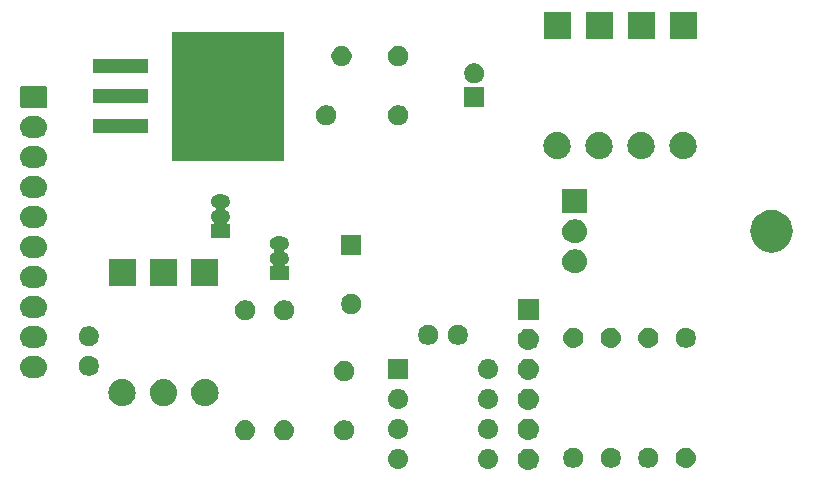
<source format=gbr>
G04 #@! TF.GenerationSoftware,KiCad,Pcbnew,6.0.0-unknown-r15630-3caa4376*
G04 #@! TF.CreationDate,2019-05-16T13:37:44+01:00*
G04 #@! TF.ProjectId,FuelGauge,4675656c-4761-4756-9765-2e6b69636164,1.0*
G04 #@! TF.SameCoordinates,Original*
G04 #@! TF.FileFunction,Soldermask,Top*
G04 #@! TF.FilePolarity,Negative*
%FSLAX46Y46*%
G04 Gerber Fmt 4.6, Leading zero omitted, Abs format (unit mm)*
G04 Created by KiCad (PCBNEW 6.0.0-unknown-r15630-3caa4376) date 2019-05-16 13:37:44*
%MOMM*%
%LPD*%
G04 APERTURE LIST*
%ADD10C,0.100000*%
G04 APERTURE END LIST*
D10*
G36*
X149490442Y-97125518D02*
G01*
X149556627Y-97132037D01*
X149726466Y-97183557D01*
X149882991Y-97267222D01*
X149893682Y-97275996D01*
X150020186Y-97379814D01*
X150103448Y-97481271D01*
X150132778Y-97517009D01*
X150216443Y-97673534D01*
X150267963Y-97843373D01*
X150285359Y-98020000D01*
X150267963Y-98196627D01*
X150216443Y-98366466D01*
X150132778Y-98522991D01*
X150107317Y-98554015D01*
X150020186Y-98660186D01*
X149933060Y-98731687D01*
X149882991Y-98772778D01*
X149726466Y-98856443D01*
X149556627Y-98907963D01*
X149490442Y-98914482D01*
X149424260Y-98921000D01*
X149335740Y-98921000D01*
X149269557Y-98914481D01*
X149203373Y-98907963D01*
X149033534Y-98856443D01*
X148877009Y-98772778D01*
X148826940Y-98731687D01*
X148739814Y-98660186D01*
X148652683Y-98554015D01*
X148627222Y-98522991D01*
X148543557Y-98366466D01*
X148492037Y-98196627D01*
X148474641Y-98020000D01*
X148492037Y-97843373D01*
X148543557Y-97673534D01*
X148627222Y-97517009D01*
X148656552Y-97481271D01*
X148739814Y-97379814D01*
X148866318Y-97275996D01*
X148877009Y-97267222D01*
X149033534Y-97183557D01*
X149203373Y-97132037D01*
X149269558Y-97125518D01*
X149335740Y-97119000D01*
X149424260Y-97119000D01*
X149490442Y-97125518D01*
X149490442Y-97125518D01*
G37*
G36*
X146148823Y-97148313D02*
G01*
X146309242Y-97196976D01*
X146374739Y-97231985D01*
X146457078Y-97275996D01*
X146586659Y-97382341D01*
X146693004Y-97511922D01*
X146693005Y-97511924D01*
X146772024Y-97659758D01*
X146820687Y-97820177D01*
X146837117Y-97987000D01*
X146820687Y-98153823D01*
X146772024Y-98314242D01*
X146743249Y-98368076D01*
X146693004Y-98462078D01*
X146586659Y-98591659D01*
X146457078Y-98698004D01*
X146457076Y-98698005D01*
X146309242Y-98777024D01*
X146148823Y-98825687D01*
X146023804Y-98838000D01*
X145940196Y-98838000D01*
X145815177Y-98825687D01*
X145654758Y-98777024D01*
X145506924Y-98698005D01*
X145506922Y-98698004D01*
X145377341Y-98591659D01*
X145270996Y-98462078D01*
X145220751Y-98368076D01*
X145191976Y-98314242D01*
X145143313Y-98153823D01*
X145126883Y-97987000D01*
X145143313Y-97820177D01*
X145191976Y-97659758D01*
X145270995Y-97511924D01*
X145270996Y-97511922D01*
X145377341Y-97382341D01*
X145506922Y-97275996D01*
X145589261Y-97231985D01*
X145654758Y-97196976D01*
X145815177Y-97148313D01*
X145940196Y-97136000D01*
X146023804Y-97136000D01*
X146148823Y-97148313D01*
X146148823Y-97148313D01*
G37*
G36*
X138528823Y-97148313D02*
G01*
X138689242Y-97196976D01*
X138754739Y-97231985D01*
X138837078Y-97275996D01*
X138966659Y-97382341D01*
X139073004Y-97511922D01*
X139073005Y-97511924D01*
X139152024Y-97659758D01*
X139200687Y-97820177D01*
X139217117Y-97987000D01*
X139200687Y-98153823D01*
X139152024Y-98314242D01*
X139123249Y-98368076D01*
X139073004Y-98462078D01*
X138966659Y-98591659D01*
X138837078Y-98698004D01*
X138837076Y-98698005D01*
X138689242Y-98777024D01*
X138528823Y-98825687D01*
X138403804Y-98838000D01*
X138320196Y-98838000D01*
X138195177Y-98825687D01*
X138034758Y-98777024D01*
X137886924Y-98698005D01*
X137886922Y-98698004D01*
X137757341Y-98591659D01*
X137650996Y-98462078D01*
X137600751Y-98368076D01*
X137571976Y-98314242D01*
X137523313Y-98153823D01*
X137506883Y-97987000D01*
X137523313Y-97820177D01*
X137571976Y-97659758D01*
X137650995Y-97511924D01*
X137650996Y-97511922D01*
X137757341Y-97382341D01*
X137886922Y-97275996D01*
X137969261Y-97231985D01*
X138034758Y-97196976D01*
X138195177Y-97148313D01*
X138320196Y-97136000D01*
X138403804Y-97136000D01*
X138528823Y-97148313D01*
X138528823Y-97148313D01*
G37*
G36*
X153438228Y-97074703D02*
G01*
X153593100Y-97138853D01*
X153732481Y-97231985D01*
X153851015Y-97350519D01*
X153944147Y-97489900D01*
X154008297Y-97644772D01*
X154041000Y-97809184D01*
X154041000Y-97976816D01*
X154008297Y-98141228D01*
X153944147Y-98296100D01*
X153851015Y-98435481D01*
X153732481Y-98554015D01*
X153593100Y-98647147D01*
X153438228Y-98711297D01*
X153273816Y-98744000D01*
X153106184Y-98744000D01*
X152941772Y-98711297D01*
X152786900Y-98647147D01*
X152647519Y-98554015D01*
X152528985Y-98435481D01*
X152435853Y-98296100D01*
X152371703Y-98141228D01*
X152339000Y-97976816D01*
X152339000Y-97809184D01*
X152371703Y-97644772D01*
X152435853Y-97489900D01*
X152528985Y-97350519D01*
X152647519Y-97231985D01*
X152786900Y-97138853D01*
X152941772Y-97074703D01*
X153106184Y-97042000D01*
X153273816Y-97042000D01*
X153438228Y-97074703D01*
X153438228Y-97074703D01*
G37*
G36*
X156613228Y-97074703D02*
G01*
X156768100Y-97138853D01*
X156907481Y-97231985D01*
X157026015Y-97350519D01*
X157119147Y-97489900D01*
X157183297Y-97644772D01*
X157216000Y-97809184D01*
X157216000Y-97976816D01*
X157183297Y-98141228D01*
X157119147Y-98296100D01*
X157026015Y-98435481D01*
X156907481Y-98554015D01*
X156768100Y-98647147D01*
X156613228Y-98711297D01*
X156448816Y-98744000D01*
X156281184Y-98744000D01*
X156116772Y-98711297D01*
X155961900Y-98647147D01*
X155822519Y-98554015D01*
X155703985Y-98435481D01*
X155610853Y-98296100D01*
X155546703Y-98141228D01*
X155514000Y-97976816D01*
X155514000Y-97809184D01*
X155546703Y-97644772D01*
X155610853Y-97489900D01*
X155703985Y-97350519D01*
X155822519Y-97231985D01*
X155961900Y-97138853D01*
X156116772Y-97074703D01*
X156281184Y-97042000D01*
X156448816Y-97042000D01*
X156613228Y-97074703D01*
X156613228Y-97074703D01*
G37*
G36*
X159788228Y-97074703D02*
G01*
X159943100Y-97138853D01*
X160082481Y-97231985D01*
X160201015Y-97350519D01*
X160294147Y-97489900D01*
X160358297Y-97644772D01*
X160391000Y-97809184D01*
X160391000Y-97976816D01*
X160358297Y-98141228D01*
X160294147Y-98296100D01*
X160201015Y-98435481D01*
X160082481Y-98554015D01*
X159943100Y-98647147D01*
X159788228Y-98711297D01*
X159623816Y-98744000D01*
X159456184Y-98744000D01*
X159291772Y-98711297D01*
X159136900Y-98647147D01*
X158997519Y-98554015D01*
X158878985Y-98435481D01*
X158785853Y-98296100D01*
X158721703Y-98141228D01*
X158689000Y-97976816D01*
X158689000Y-97809184D01*
X158721703Y-97644772D01*
X158785853Y-97489900D01*
X158878985Y-97350519D01*
X158997519Y-97231985D01*
X159136900Y-97138853D01*
X159291772Y-97074703D01*
X159456184Y-97042000D01*
X159623816Y-97042000D01*
X159788228Y-97074703D01*
X159788228Y-97074703D01*
G37*
G36*
X162881823Y-97054313D02*
G01*
X163042242Y-97102976D01*
X163096611Y-97132037D01*
X163190078Y-97181996D01*
X163319659Y-97288341D01*
X163426004Y-97417922D01*
X163426005Y-97417924D01*
X163505024Y-97565758D01*
X163553687Y-97726177D01*
X163570117Y-97893000D01*
X163553687Y-98059823D01*
X163505024Y-98220242D01*
X163454780Y-98314242D01*
X163426004Y-98368078D01*
X163319659Y-98497659D01*
X163190078Y-98604004D01*
X163190076Y-98604005D01*
X163042242Y-98683024D01*
X162881823Y-98731687D01*
X162756804Y-98744000D01*
X162673196Y-98744000D01*
X162548177Y-98731687D01*
X162387758Y-98683024D01*
X162239924Y-98604005D01*
X162239922Y-98604004D01*
X162110341Y-98497659D01*
X162003996Y-98368078D01*
X161975220Y-98314242D01*
X161924976Y-98220242D01*
X161876313Y-98059823D01*
X161859883Y-97893000D01*
X161876313Y-97726177D01*
X161924976Y-97565758D01*
X162003995Y-97417924D01*
X162003996Y-97417922D01*
X162110341Y-97288341D01*
X162239922Y-97181996D01*
X162333389Y-97132037D01*
X162387758Y-97102976D01*
X162548177Y-97054313D01*
X162673196Y-97042000D01*
X162756804Y-97042000D01*
X162881823Y-97054313D01*
X162881823Y-97054313D01*
G37*
G36*
X134038228Y-94739703D02*
G01*
X134193100Y-94803853D01*
X134332481Y-94896985D01*
X134451015Y-95015519D01*
X134544147Y-95154900D01*
X134608297Y-95309772D01*
X134641000Y-95474184D01*
X134641000Y-95641816D01*
X134608297Y-95806228D01*
X134544147Y-95961100D01*
X134451015Y-96100481D01*
X134332481Y-96219015D01*
X134193100Y-96312147D01*
X134038228Y-96376297D01*
X133873816Y-96409000D01*
X133706184Y-96409000D01*
X133541772Y-96376297D01*
X133386900Y-96312147D01*
X133247519Y-96219015D01*
X133128985Y-96100481D01*
X133035853Y-95961100D01*
X132971703Y-95806228D01*
X132939000Y-95641816D01*
X132939000Y-95474184D01*
X132971703Y-95309772D01*
X133035853Y-95154900D01*
X133128985Y-95015519D01*
X133247519Y-94896985D01*
X133386900Y-94803853D01*
X133541772Y-94739703D01*
X133706184Y-94707000D01*
X133873816Y-94707000D01*
X134038228Y-94739703D01*
X134038228Y-94739703D01*
G37*
G36*
X128876823Y-94719313D02*
G01*
X129037242Y-94767976D01*
X129104361Y-94803852D01*
X129185078Y-94846996D01*
X129314659Y-94953341D01*
X129421004Y-95082922D01*
X129421005Y-95082924D01*
X129500024Y-95230758D01*
X129548687Y-95391177D01*
X129565117Y-95558000D01*
X129548687Y-95724823D01*
X129500024Y-95885242D01*
X129459477Y-95961100D01*
X129421004Y-96033078D01*
X129314659Y-96162659D01*
X129185078Y-96269004D01*
X129185076Y-96269005D01*
X129037242Y-96348024D01*
X128876823Y-96396687D01*
X128751804Y-96409000D01*
X128668196Y-96409000D01*
X128543177Y-96396687D01*
X128382758Y-96348024D01*
X128234924Y-96269005D01*
X128234922Y-96269004D01*
X128105341Y-96162659D01*
X127998996Y-96033078D01*
X127960523Y-95961100D01*
X127919976Y-95885242D01*
X127871313Y-95724823D01*
X127854883Y-95558000D01*
X127871313Y-95391177D01*
X127919976Y-95230758D01*
X127998995Y-95082924D01*
X127998996Y-95082922D01*
X128105341Y-94953341D01*
X128234922Y-94846996D01*
X128315639Y-94803852D01*
X128382758Y-94767976D01*
X128543177Y-94719313D01*
X128668196Y-94707000D01*
X128751804Y-94707000D01*
X128876823Y-94719313D01*
X128876823Y-94719313D01*
G37*
G36*
X125574823Y-94719313D02*
G01*
X125735242Y-94767976D01*
X125802361Y-94803852D01*
X125883078Y-94846996D01*
X126012659Y-94953341D01*
X126119004Y-95082922D01*
X126119005Y-95082924D01*
X126198024Y-95230758D01*
X126246687Y-95391177D01*
X126263117Y-95558000D01*
X126246687Y-95724823D01*
X126198024Y-95885242D01*
X126157477Y-95961100D01*
X126119004Y-96033078D01*
X126012659Y-96162659D01*
X125883078Y-96269004D01*
X125883076Y-96269005D01*
X125735242Y-96348024D01*
X125574823Y-96396687D01*
X125449804Y-96409000D01*
X125366196Y-96409000D01*
X125241177Y-96396687D01*
X125080758Y-96348024D01*
X124932924Y-96269005D01*
X124932922Y-96269004D01*
X124803341Y-96162659D01*
X124696996Y-96033078D01*
X124658523Y-95961100D01*
X124617976Y-95885242D01*
X124569313Y-95724823D01*
X124552883Y-95558000D01*
X124569313Y-95391177D01*
X124617976Y-95230758D01*
X124696995Y-95082924D01*
X124696996Y-95082922D01*
X124803341Y-94953341D01*
X124932922Y-94846996D01*
X125013639Y-94803852D01*
X125080758Y-94767976D01*
X125241177Y-94719313D01*
X125366196Y-94707000D01*
X125449804Y-94707000D01*
X125574823Y-94719313D01*
X125574823Y-94719313D01*
G37*
G36*
X149490443Y-94585519D02*
G01*
X149556627Y-94592037D01*
X149726466Y-94643557D01*
X149882991Y-94727222D01*
X149893682Y-94735996D01*
X150020186Y-94839814D01*
X150067104Y-94896985D01*
X150132778Y-94977009D01*
X150216443Y-95133534D01*
X150267963Y-95303373D01*
X150285359Y-95480000D01*
X150267963Y-95656627D01*
X150216443Y-95826466D01*
X150132778Y-95982991D01*
X150103448Y-96018729D01*
X150020186Y-96120186D01*
X149918729Y-96203448D01*
X149882991Y-96232778D01*
X149726466Y-96316443D01*
X149556627Y-96367963D01*
X149490443Y-96374481D01*
X149424260Y-96381000D01*
X149335740Y-96381000D01*
X149269557Y-96374481D01*
X149203373Y-96367963D01*
X149033534Y-96316443D01*
X148877009Y-96232778D01*
X148841271Y-96203448D01*
X148739814Y-96120186D01*
X148656552Y-96018729D01*
X148627222Y-95982991D01*
X148543557Y-95826466D01*
X148492037Y-95656627D01*
X148474641Y-95480000D01*
X148492037Y-95303373D01*
X148543557Y-95133534D01*
X148627222Y-94977009D01*
X148692896Y-94896985D01*
X148739814Y-94839814D01*
X148866318Y-94735996D01*
X148877009Y-94727222D01*
X149033534Y-94643557D01*
X149203373Y-94592037D01*
X149269557Y-94585519D01*
X149335740Y-94579000D01*
X149424260Y-94579000D01*
X149490443Y-94585519D01*
X149490443Y-94585519D01*
G37*
G36*
X138528823Y-94608313D02*
G01*
X138689242Y-94656976D01*
X138782830Y-94707000D01*
X138837078Y-94735996D01*
X138966659Y-94842341D01*
X139073004Y-94971922D01*
X139073005Y-94971924D01*
X139152024Y-95119758D01*
X139200687Y-95280177D01*
X139217117Y-95447000D01*
X139200687Y-95613823D01*
X139152024Y-95774242D01*
X139092695Y-95885239D01*
X139073004Y-95922078D01*
X138966659Y-96051659D01*
X138837078Y-96158004D01*
X138837076Y-96158005D01*
X138689242Y-96237024D01*
X138528823Y-96285687D01*
X138403804Y-96298000D01*
X138320196Y-96298000D01*
X138195177Y-96285687D01*
X138034758Y-96237024D01*
X137886924Y-96158005D01*
X137886922Y-96158004D01*
X137757341Y-96051659D01*
X137650996Y-95922078D01*
X137631305Y-95885239D01*
X137571976Y-95774242D01*
X137523313Y-95613823D01*
X137506883Y-95447000D01*
X137523313Y-95280177D01*
X137571976Y-95119758D01*
X137650995Y-94971924D01*
X137650996Y-94971922D01*
X137757341Y-94842341D01*
X137886922Y-94735996D01*
X137941170Y-94707000D01*
X138034758Y-94656976D01*
X138195177Y-94608313D01*
X138320196Y-94596000D01*
X138403804Y-94596000D01*
X138528823Y-94608313D01*
X138528823Y-94608313D01*
G37*
G36*
X146148823Y-94608313D02*
G01*
X146309242Y-94656976D01*
X146402830Y-94707000D01*
X146457078Y-94735996D01*
X146586659Y-94842341D01*
X146693004Y-94971922D01*
X146693005Y-94971924D01*
X146772024Y-95119758D01*
X146820687Y-95280177D01*
X146837117Y-95447000D01*
X146820687Y-95613823D01*
X146772024Y-95774242D01*
X146712695Y-95885239D01*
X146693004Y-95922078D01*
X146586659Y-96051659D01*
X146457078Y-96158004D01*
X146457076Y-96158005D01*
X146309242Y-96237024D01*
X146148823Y-96285687D01*
X146023804Y-96298000D01*
X145940196Y-96298000D01*
X145815177Y-96285687D01*
X145654758Y-96237024D01*
X145506924Y-96158005D01*
X145506922Y-96158004D01*
X145377341Y-96051659D01*
X145270996Y-95922078D01*
X145251305Y-95885239D01*
X145191976Y-95774242D01*
X145143313Y-95613823D01*
X145126883Y-95447000D01*
X145143313Y-95280177D01*
X145191976Y-95119758D01*
X145270995Y-94971924D01*
X145270996Y-94971922D01*
X145377341Y-94842341D01*
X145506922Y-94735996D01*
X145561170Y-94707000D01*
X145654758Y-94656976D01*
X145815177Y-94608313D01*
X145940196Y-94596000D01*
X146023804Y-94596000D01*
X146148823Y-94608313D01*
X146148823Y-94608313D01*
G37*
G36*
X149490442Y-92045518D02*
G01*
X149556627Y-92052037D01*
X149726466Y-92103557D01*
X149882991Y-92187222D01*
X149893682Y-92195996D01*
X150020186Y-92299814D01*
X150088454Y-92383000D01*
X150132778Y-92437009D01*
X150216443Y-92593534D01*
X150267963Y-92763373D01*
X150285359Y-92940000D01*
X150267963Y-93116627D01*
X150216443Y-93286466D01*
X150132778Y-93442991D01*
X150125771Y-93451529D01*
X150020186Y-93580186D01*
X149918729Y-93663448D01*
X149882991Y-93692778D01*
X149726466Y-93776443D01*
X149556627Y-93827963D01*
X149490442Y-93834482D01*
X149424260Y-93841000D01*
X149335740Y-93841000D01*
X149269558Y-93834482D01*
X149203373Y-93827963D01*
X149033534Y-93776443D01*
X148877009Y-93692778D01*
X148841271Y-93663448D01*
X148739814Y-93580186D01*
X148634229Y-93451529D01*
X148627222Y-93442991D01*
X148543557Y-93286466D01*
X148492037Y-93116627D01*
X148474641Y-92940000D01*
X148492037Y-92763373D01*
X148543557Y-92593534D01*
X148627222Y-92437009D01*
X148671546Y-92383000D01*
X148739814Y-92299814D01*
X148866318Y-92195996D01*
X148877009Y-92187222D01*
X149033534Y-92103557D01*
X149203373Y-92052037D01*
X149269558Y-92045518D01*
X149335740Y-92039000D01*
X149424260Y-92039000D01*
X149490442Y-92045518D01*
X149490442Y-92045518D01*
G37*
G36*
X138528823Y-92068313D02*
G01*
X138689242Y-92116976D01*
X138764804Y-92157365D01*
X138837078Y-92195996D01*
X138966659Y-92302341D01*
X139073004Y-92431922D01*
X139073005Y-92431924D01*
X139152024Y-92579758D01*
X139200687Y-92740177D01*
X139217117Y-92907000D01*
X139200687Y-93073823D01*
X139152024Y-93234242D01*
X139093008Y-93344653D01*
X139073004Y-93382078D01*
X138966659Y-93511659D01*
X138837078Y-93618004D01*
X138837076Y-93618005D01*
X138689242Y-93697024D01*
X138528823Y-93745687D01*
X138403804Y-93758000D01*
X138320196Y-93758000D01*
X138195177Y-93745687D01*
X138034758Y-93697024D01*
X137886924Y-93618005D01*
X137886922Y-93618004D01*
X137757341Y-93511659D01*
X137650996Y-93382078D01*
X137630992Y-93344653D01*
X137571976Y-93234242D01*
X137523313Y-93073823D01*
X137506883Y-92907000D01*
X137523313Y-92740177D01*
X137571976Y-92579758D01*
X137650995Y-92431924D01*
X137650996Y-92431922D01*
X137757341Y-92302341D01*
X137886922Y-92195996D01*
X137959196Y-92157365D01*
X138034758Y-92116976D01*
X138195177Y-92068313D01*
X138320196Y-92056000D01*
X138403804Y-92056000D01*
X138528823Y-92068313D01*
X138528823Y-92068313D01*
G37*
G36*
X146148823Y-92068313D02*
G01*
X146309242Y-92116976D01*
X146384804Y-92157365D01*
X146457078Y-92195996D01*
X146586659Y-92302341D01*
X146693004Y-92431922D01*
X146693005Y-92431924D01*
X146772024Y-92579758D01*
X146820687Y-92740177D01*
X146837117Y-92907000D01*
X146820687Y-93073823D01*
X146772024Y-93234242D01*
X146713008Y-93344653D01*
X146693004Y-93382078D01*
X146586659Y-93511659D01*
X146457078Y-93618004D01*
X146457076Y-93618005D01*
X146309242Y-93697024D01*
X146148823Y-93745687D01*
X146023804Y-93758000D01*
X145940196Y-93758000D01*
X145815177Y-93745687D01*
X145654758Y-93697024D01*
X145506924Y-93618005D01*
X145506922Y-93618004D01*
X145377341Y-93511659D01*
X145270996Y-93382078D01*
X145250992Y-93344653D01*
X145191976Y-93234242D01*
X145143313Y-93073823D01*
X145126883Y-92907000D01*
X145143313Y-92740177D01*
X145191976Y-92579758D01*
X145270995Y-92431924D01*
X145270996Y-92431922D01*
X145377341Y-92302341D01*
X145506922Y-92195996D01*
X145579196Y-92157365D01*
X145654758Y-92116976D01*
X145815177Y-92068313D01*
X145940196Y-92056000D01*
X146023804Y-92056000D01*
X146148823Y-92068313D01*
X146148823Y-92068313D01*
G37*
G36*
X118667937Y-91243103D02*
G01*
X118724301Y-91248654D01*
X118941266Y-91314470D01*
X118941268Y-91314471D01*
X119141221Y-91421347D01*
X119316484Y-91565182D01*
X119460319Y-91740445D01*
X119567195Y-91940398D01*
X119567196Y-91940400D01*
X119633012Y-92157365D01*
X119655235Y-92383000D01*
X119633012Y-92608635D01*
X119586072Y-92763375D01*
X119567195Y-92825602D01*
X119460319Y-93025555D01*
X119316484Y-93200818D01*
X119141221Y-93344653D01*
X118941268Y-93451529D01*
X118941266Y-93451530D01*
X118724301Y-93517346D01*
X118667937Y-93522897D01*
X118555211Y-93534000D01*
X118442121Y-93534000D01*
X118329395Y-93522897D01*
X118273031Y-93517346D01*
X118056066Y-93451530D01*
X118056064Y-93451529D01*
X117856111Y-93344653D01*
X117680848Y-93200818D01*
X117537013Y-93025555D01*
X117430137Y-92825602D01*
X117411261Y-92763375D01*
X117364320Y-92608635D01*
X117342097Y-92383000D01*
X117364320Y-92157365D01*
X117430136Y-91940400D01*
X117430137Y-91940398D01*
X117537013Y-91740445D01*
X117680848Y-91565182D01*
X117856111Y-91421347D01*
X118056064Y-91314471D01*
X118056066Y-91314470D01*
X118273031Y-91248654D01*
X118329395Y-91243103D01*
X118442121Y-91232000D01*
X118555211Y-91232000D01*
X118667937Y-91243103D01*
X118667937Y-91243103D01*
G37*
G36*
X122172603Y-91243103D02*
G01*
X122228967Y-91248654D01*
X122445932Y-91314470D01*
X122445934Y-91314471D01*
X122645887Y-91421347D01*
X122821150Y-91565182D01*
X122964985Y-91740445D01*
X123071861Y-91940398D01*
X123071862Y-91940400D01*
X123137678Y-92157365D01*
X123159901Y-92383000D01*
X123137678Y-92608635D01*
X123090738Y-92763375D01*
X123071861Y-92825602D01*
X122964985Y-93025555D01*
X122821150Y-93200818D01*
X122645887Y-93344653D01*
X122445934Y-93451529D01*
X122445932Y-93451530D01*
X122228967Y-93517346D01*
X122172603Y-93522897D01*
X122059877Y-93534000D01*
X121946787Y-93534000D01*
X121834061Y-93522897D01*
X121777697Y-93517346D01*
X121560732Y-93451530D01*
X121560730Y-93451529D01*
X121360777Y-93344653D01*
X121185514Y-93200818D01*
X121041679Y-93025555D01*
X120934803Y-92825602D01*
X120915927Y-92763375D01*
X120868986Y-92608635D01*
X120846763Y-92383000D01*
X120868986Y-92157365D01*
X120934802Y-91940400D01*
X120934803Y-91940398D01*
X121041679Y-91740445D01*
X121185514Y-91565182D01*
X121360777Y-91421347D01*
X121560730Y-91314471D01*
X121560732Y-91314470D01*
X121777697Y-91248654D01*
X121834061Y-91243103D01*
X121946787Y-91232000D01*
X122059877Y-91232000D01*
X122172603Y-91243103D01*
X122172603Y-91243103D01*
G37*
G36*
X115163271Y-91243103D02*
G01*
X115219635Y-91248654D01*
X115436600Y-91314470D01*
X115436602Y-91314471D01*
X115636555Y-91421347D01*
X115811818Y-91565182D01*
X115955653Y-91740445D01*
X116062529Y-91940398D01*
X116062530Y-91940400D01*
X116128346Y-92157365D01*
X116150569Y-92383000D01*
X116128346Y-92608635D01*
X116081406Y-92763375D01*
X116062529Y-92825602D01*
X115955653Y-93025555D01*
X115811818Y-93200818D01*
X115636555Y-93344653D01*
X115436602Y-93451529D01*
X115436600Y-93451530D01*
X115219635Y-93517346D01*
X115163271Y-93522897D01*
X115050545Y-93534000D01*
X114937455Y-93534000D01*
X114824729Y-93522897D01*
X114768365Y-93517346D01*
X114551400Y-93451530D01*
X114551398Y-93451529D01*
X114351445Y-93344653D01*
X114176182Y-93200818D01*
X114032347Y-93025555D01*
X113925471Y-92825602D01*
X113906595Y-92763375D01*
X113859654Y-92608635D01*
X113837431Y-92383000D01*
X113859654Y-92157365D01*
X113925470Y-91940400D01*
X113925471Y-91940398D01*
X114032347Y-91740445D01*
X114176182Y-91565182D01*
X114351445Y-91421347D01*
X114551398Y-91314471D01*
X114551400Y-91314470D01*
X114768365Y-91248654D01*
X114824729Y-91243103D01*
X114937455Y-91232000D01*
X115050545Y-91232000D01*
X115163271Y-91243103D01*
X115163271Y-91243103D01*
G37*
G36*
X134038228Y-89739703D02*
G01*
X134193100Y-89803853D01*
X134332481Y-89896985D01*
X134451015Y-90015519D01*
X134544147Y-90154900D01*
X134608297Y-90309772D01*
X134641000Y-90474184D01*
X134641000Y-90641816D01*
X134608297Y-90806228D01*
X134544147Y-90961100D01*
X134451015Y-91100481D01*
X134332481Y-91219015D01*
X134193100Y-91312147D01*
X134038228Y-91376297D01*
X133873816Y-91409000D01*
X133706184Y-91409000D01*
X133541772Y-91376297D01*
X133386900Y-91312147D01*
X133247519Y-91219015D01*
X133128985Y-91100481D01*
X133035853Y-90961100D01*
X132971703Y-90806228D01*
X132939000Y-90641816D01*
X132939000Y-90474184D01*
X132971703Y-90309772D01*
X133035853Y-90154900D01*
X133128985Y-90015519D01*
X133247519Y-89896985D01*
X133386900Y-89803853D01*
X133541772Y-89739703D01*
X133706184Y-89707000D01*
X133873816Y-89707000D01*
X134038228Y-89739703D01*
X134038228Y-89739703D01*
G37*
G36*
X149490443Y-89505519D02*
G01*
X149556627Y-89512037D01*
X149726466Y-89563557D01*
X149882991Y-89647222D01*
X149893682Y-89655996D01*
X150020186Y-89759814D01*
X150100576Y-89857771D01*
X150132778Y-89897009D01*
X150132779Y-89897011D01*
X150199687Y-90022185D01*
X150216443Y-90053534D01*
X150267963Y-90223373D01*
X150285359Y-90400000D01*
X150267963Y-90576627D01*
X150216443Y-90746466D01*
X150132778Y-90902991D01*
X150115294Y-90924295D01*
X150020186Y-91040186D01*
X149946716Y-91100480D01*
X149882991Y-91152778D01*
X149726466Y-91236443D01*
X149556627Y-91287963D01*
X149490442Y-91294482D01*
X149424260Y-91301000D01*
X149335740Y-91301000D01*
X149269558Y-91294482D01*
X149203373Y-91287963D01*
X149033534Y-91236443D01*
X148877009Y-91152778D01*
X148813284Y-91100480D01*
X148739814Y-91040186D01*
X148644706Y-90924295D01*
X148627222Y-90902991D01*
X148543557Y-90746466D01*
X148492037Y-90576627D01*
X148474641Y-90400000D01*
X148492037Y-90223373D01*
X148543557Y-90053534D01*
X148560314Y-90022185D01*
X148627221Y-89897011D01*
X148627222Y-89897009D01*
X148659424Y-89857771D01*
X148739814Y-89759814D01*
X148866318Y-89655996D01*
X148877009Y-89647222D01*
X149033534Y-89563557D01*
X149203373Y-89512037D01*
X149269557Y-89505519D01*
X149335740Y-89499000D01*
X149424260Y-89499000D01*
X149490443Y-89505519D01*
X149490443Y-89505519D01*
G37*
G36*
X146148823Y-89528313D02*
G01*
X146309242Y-89576976D01*
X146440661Y-89647221D01*
X146457078Y-89655996D01*
X146586659Y-89762341D01*
X146693004Y-89891922D01*
X146693005Y-89891924D01*
X146772024Y-90039758D01*
X146820687Y-90200177D01*
X146837117Y-90367000D01*
X146820687Y-90533823D01*
X146772024Y-90694242D01*
X146733126Y-90767015D01*
X146693004Y-90842078D01*
X146586659Y-90971659D01*
X146457078Y-91078004D01*
X146457076Y-91078005D01*
X146309242Y-91157024D01*
X146148823Y-91205687D01*
X146023804Y-91218000D01*
X145940196Y-91218000D01*
X145815177Y-91205687D01*
X145654758Y-91157024D01*
X145506924Y-91078005D01*
X145506922Y-91078004D01*
X145377341Y-90971659D01*
X145270996Y-90842078D01*
X145230874Y-90767015D01*
X145191976Y-90694242D01*
X145143313Y-90533823D01*
X145126883Y-90367000D01*
X145143313Y-90200177D01*
X145191976Y-90039758D01*
X145270995Y-89891924D01*
X145270996Y-89891922D01*
X145377341Y-89762341D01*
X145506922Y-89655996D01*
X145523339Y-89647221D01*
X145654758Y-89576976D01*
X145815177Y-89528313D01*
X145940196Y-89516000D01*
X146023804Y-89516000D01*
X146148823Y-89528313D01*
X146148823Y-89528313D01*
G37*
G36*
X139213000Y-91218000D02*
G01*
X137511000Y-91218000D01*
X137511000Y-89516000D01*
X139213000Y-89516000D01*
X139213000Y-91218000D01*
X139213000Y-91218000D01*
G37*
G36*
X107821345Y-89307442D02*
G01*
X107911548Y-89316326D01*
X108085157Y-89368990D01*
X108245156Y-89454511D01*
X108288729Y-89490271D01*
X108385397Y-89569603D01*
X108449096Y-89647222D01*
X108500489Y-89709844D01*
X108586010Y-89869843D01*
X108638674Y-90043452D01*
X108656456Y-90224000D01*
X108638674Y-90404548D01*
X108586010Y-90578157D01*
X108500489Y-90738156D01*
X108493667Y-90746468D01*
X108385397Y-90878397D01*
X108289618Y-90957000D01*
X108245156Y-90993489D01*
X108085157Y-91079010D01*
X107911548Y-91131674D01*
X107821345Y-91140558D01*
X107776245Y-91145000D01*
X107225755Y-91145000D01*
X107180655Y-91140558D01*
X107090452Y-91131674D01*
X106916843Y-91079010D01*
X106756844Y-90993489D01*
X106712382Y-90957000D01*
X106616603Y-90878397D01*
X106508333Y-90746468D01*
X106501511Y-90738156D01*
X106415990Y-90578157D01*
X106363326Y-90404548D01*
X106345544Y-90224000D01*
X106363326Y-90043452D01*
X106415990Y-89869843D01*
X106501511Y-89709844D01*
X106552904Y-89647222D01*
X106616603Y-89569603D01*
X106713271Y-89490271D01*
X106756844Y-89454511D01*
X106916843Y-89368990D01*
X107090452Y-89316326D01*
X107180655Y-89307442D01*
X107225755Y-89303000D01*
X107776245Y-89303000D01*
X107821345Y-89307442D01*
X107821345Y-89307442D01*
G37*
G36*
X112417228Y-89287703D02*
G01*
X112572100Y-89351853D01*
X112711481Y-89444985D01*
X112830015Y-89563519D01*
X112923147Y-89702900D01*
X112987297Y-89857772D01*
X113020000Y-90022184D01*
X113020000Y-90189816D01*
X112987297Y-90354228D01*
X112923147Y-90509100D01*
X112830015Y-90648481D01*
X112711481Y-90767015D01*
X112572100Y-90860147D01*
X112417228Y-90924297D01*
X112252816Y-90957000D01*
X112085184Y-90957000D01*
X111920772Y-90924297D01*
X111765900Y-90860147D01*
X111626519Y-90767015D01*
X111507985Y-90648481D01*
X111414853Y-90509100D01*
X111350703Y-90354228D01*
X111318000Y-90189816D01*
X111318000Y-90022184D01*
X111350703Y-89857772D01*
X111414853Y-89702900D01*
X111507985Y-89563519D01*
X111626519Y-89444985D01*
X111765900Y-89351853D01*
X111920772Y-89287703D01*
X112085184Y-89255000D01*
X112252816Y-89255000D01*
X112417228Y-89287703D01*
X112417228Y-89287703D01*
G37*
G36*
X149490442Y-86965518D02*
G01*
X149556627Y-86972037D01*
X149726466Y-87023557D01*
X149882991Y-87107222D01*
X149908724Y-87128341D01*
X150020186Y-87219814D01*
X150103448Y-87321271D01*
X150132778Y-87357009D01*
X150216443Y-87513534D01*
X150267963Y-87683373D01*
X150285359Y-87860000D01*
X150267963Y-88036627D01*
X150216443Y-88206466D01*
X150132778Y-88362991D01*
X150107317Y-88394015D01*
X150020186Y-88500186D01*
X149933060Y-88571687D01*
X149882991Y-88612778D01*
X149726466Y-88696443D01*
X149556627Y-88747963D01*
X149490443Y-88754481D01*
X149424260Y-88761000D01*
X149335740Y-88761000D01*
X149269557Y-88754481D01*
X149203373Y-88747963D01*
X149033534Y-88696443D01*
X148877009Y-88612778D01*
X148826940Y-88571687D01*
X148739814Y-88500186D01*
X148652683Y-88394015D01*
X148627222Y-88362991D01*
X148543557Y-88206466D01*
X148492037Y-88036627D01*
X148474641Y-87860000D01*
X148492037Y-87683373D01*
X148543557Y-87513534D01*
X148627222Y-87357009D01*
X148656552Y-87321271D01*
X148739814Y-87219814D01*
X148851276Y-87128341D01*
X148877009Y-87107222D01*
X149033534Y-87023557D01*
X149203373Y-86972037D01*
X149269558Y-86965518D01*
X149335740Y-86959000D01*
X149424260Y-86959000D01*
X149490442Y-86965518D01*
X149490442Y-86965518D01*
G37*
G36*
X107821345Y-86767442D02*
G01*
X107911548Y-86776326D01*
X108085157Y-86828990D01*
X108245156Y-86914511D01*
X108279839Y-86942975D01*
X108385397Y-87029603D01*
X108449096Y-87107222D01*
X108500489Y-87169844D01*
X108586010Y-87329843D01*
X108638674Y-87503452D01*
X108656456Y-87684000D01*
X108638674Y-87864548D01*
X108586010Y-88038157D01*
X108500489Y-88198156D01*
X108464729Y-88241729D01*
X108385397Y-88338397D01*
X108317625Y-88394015D01*
X108245156Y-88453489D01*
X108085157Y-88539010D01*
X107911548Y-88591674D01*
X107821345Y-88600558D01*
X107776245Y-88605000D01*
X107225755Y-88605000D01*
X107180655Y-88600558D01*
X107090452Y-88591674D01*
X106916843Y-88539010D01*
X106756844Y-88453489D01*
X106684375Y-88394015D01*
X106616603Y-88338397D01*
X106537271Y-88241729D01*
X106501511Y-88198156D01*
X106415990Y-88038157D01*
X106363326Y-87864548D01*
X106345544Y-87684000D01*
X106363326Y-87503452D01*
X106415990Y-87329843D01*
X106501511Y-87169844D01*
X106552904Y-87107222D01*
X106616603Y-87029603D01*
X106722161Y-86942975D01*
X106756844Y-86914511D01*
X106916843Y-86828990D01*
X107090452Y-86776326D01*
X107180655Y-86767442D01*
X107225755Y-86763000D01*
X107776245Y-86763000D01*
X107821345Y-86767442D01*
X107821345Y-86767442D01*
G37*
G36*
X156531823Y-86894313D02*
G01*
X156692242Y-86942976D01*
X156746611Y-86972037D01*
X156840078Y-87021996D01*
X156969659Y-87128341D01*
X157076004Y-87257922D01*
X157076005Y-87257924D01*
X157155024Y-87405758D01*
X157203687Y-87566177D01*
X157220117Y-87733000D01*
X157203687Y-87899823D01*
X157155024Y-88060242D01*
X157114477Y-88136100D01*
X157076004Y-88208078D01*
X156969659Y-88337659D01*
X156840078Y-88444004D01*
X156840076Y-88444005D01*
X156692242Y-88523024D01*
X156531823Y-88571687D01*
X156406804Y-88584000D01*
X156323196Y-88584000D01*
X156198177Y-88571687D01*
X156037758Y-88523024D01*
X155889924Y-88444005D01*
X155889922Y-88444004D01*
X155760341Y-88337659D01*
X155653996Y-88208078D01*
X155615523Y-88136100D01*
X155574976Y-88060242D01*
X155526313Y-87899823D01*
X155509883Y-87733000D01*
X155526313Y-87566177D01*
X155574976Y-87405758D01*
X155653995Y-87257924D01*
X155653996Y-87257922D01*
X155760341Y-87128341D01*
X155889922Y-87021996D01*
X155983389Y-86972037D01*
X156037758Y-86942976D01*
X156198177Y-86894313D01*
X156323196Y-86882000D01*
X156406804Y-86882000D01*
X156531823Y-86894313D01*
X156531823Y-86894313D01*
G37*
G36*
X153356823Y-86894313D02*
G01*
X153517242Y-86942976D01*
X153571611Y-86972037D01*
X153665078Y-87021996D01*
X153794659Y-87128341D01*
X153901004Y-87257922D01*
X153901005Y-87257924D01*
X153980024Y-87405758D01*
X154028687Y-87566177D01*
X154045117Y-87733000D01*
X154028687Y-87899823D01*
X153980024Y-88060242D01*
X153939477Y-88136100D01*
X153901004Y-88208078D01*
X153794659Y-88337659D01*
X153665078Y-88444004D01*
X153665076Y-88444005D01*
X153517242Y-88523024D01*
X153356823Y-88571687D01*
X153231804Y-88584000D01*
X153148196Y-88584000D01*
X153023177Y-88571687D01*
X152862758Y-88523024D01*
X152714924Y-88444005D01*
X152714922Y-88444004D01*
X152585341Y-88337659D01*
X152478996Y-88208078D01*
X152440523Y-88136100D01*
X152399976Y-88060242D01*
X152351313Y-87899823D01*
X152334883Y-87733000D01*
X152351313Y-87566177D01*
X152399976Y-87405758D01*
X152478995Y-87257924D01*
X152478996Y-87257922D01*
X152585341Y-87128341D01*
X152714922Y-87021996D01*
X152808389Y-86972037D01*
X152862758Y-86942976D01*
X153023177Y-86894313D01*
X153148196Y-86882000D01*
X153231804Y-86882000D01*
X153356823Y-86894313D01*
X153356823Y-86894313D01*
G37*
G36*
X159706823Y-86894313D02*
G01*
X159867242Y-86942976D01*
X159921611Y-86972037D01*
X160015078Y-87021996D01*
X160144659Y-87128341D01*
X160251004Y-87257922D01*
X160251005Y-87257924D01*
X160330024Y-87405758D01*
X160378687Y-87566177D01*
X160395117Y-87733000D01*
X160378687Y-87899823D01*
X160330024Y-88060242D01*
X160289477Y-88136100D01*
X160251004Y-88208078D01*
X160144659Y-88337659D01*
X160015078Y-88444004D01*
X160015076Y-88444005D01*
X159867242Y-88523024D01*
X159706823Y-88571687D01*
X159581804Y-88584000D01*
X159498196Y-88584000D01*
X159373177Y-88571687D01*
X159212758Y-88523024D01*
X159064924Y-88444005D01*
X159064922Y-88444004D01*
X158935341Y-88337659D01*
X158828996Y-88208078D01*
X158790523Y-88136100D01*
X158749976Y-88060242D01*
X158701313Y-87899823D01*
X158684883Y-87733000D01*
X158701313Y-87566177D01*
X158749976Y-87405758D01*
X158828995Y-87257924D01*
X158828996Y-87257922D01*
X158935341Y-87128341D01*
X159064922Y-87021996D01*
X159158389Y-86972037D01*
X159212758Y-86942976D01*
X159373177Y-86894313D01*
X159498196Y-86882000D01*
X159581804Y-86882000D01*
X159706823Y-86894313D01*
X159706823Y-86894313D01*
G37*
G36*
X162963228Y-86914703D02*
G01*
X163118100Y-86978853D01*
X163257481Y-87071985D01*
X163376015Y-87190519D01*
X163469147Y-87329900D01*
X163533297Y-87484772D01*
X163566000Y-87649184D01*
X163566000Y-87816816D01*
X163533297Y-87981228D01*
X163469147Y-88136100D01*
X163376015Y-88275481D01*
X163257481Y-88394015D01*
X163118100Y-88487147D01*
X162963228Y-88551297D01*
X162798816Y-88584000D01*
X162631184Y-88584000D01*
X162466772Y-88551297D01*
X162311900Y-88487147D01*
X162172519Y-88394015D01*
X162053985Y-88275481D01*
X161960853Y-88136100D01*
X161896703Y-87981228D01*
X161864000Y-87816816D01*
X161864000Y-87649184D01*
X161896703Y-87484772D01*
X161960853Y-87329900D01*
X162053985Y-87190519D01*
X162172519Y-87071985D01*
X162311900Y-86978853D01*
X162466772Y-86914703D01*
X162631184Y-86882000D01*
X162798816Y-86882000D01*
X162963228Y-86914703D01*
X162963228Y-86914703D01*
G37*
G36*
X112417228Y-86787703D02*
G01*
X112572100Y-86851853D01*
X112711481Y-86944985D01*
X112830015Y-87063519D01*
X112923147Y-87202900D01*
X112987297Y-87357772D01*
X113020000Y-87522184D01*
X113020000Y-87689816D01*
X112987297Y-87854228D01*
X112923147Y-88009100D01*
X112830015Y-88148481D01*
X112711481Y-88267015D01*
X112572100Y-88360147D01*
X112417228Y-88424297D01*
X112252816Y-88457000D01*
X112085184Y-88457000D01*
X111920772Y-88424297D01*
X111765900Y-88360147D01*
X111626519Y-88267015D01*
X111507985Y-88148481D01*
X111414853Y-88009100D01*
X111350703Y-87854228D01*
X111318000Y-87689816D01*
X111318000Y-87522184D01*
X111350703Y-87357772D01*
X111414853Y-87202900D01*
X111507985Y-87063519D01*
X111626519Y-86944985D01*
X111765900Y-86851853D01*
X111920772Y-86787703D01*
X112085184Y-86755000D01*
X112252816Y-86755000D01*
X112417228Y-86787703D01*
X112417228Y-86787703D01*
G37*
G36*
X143660228Y-86660703D02*
G01*
X143815100Y-86724853D01*
X143954481Y-86817985D01*
X144073015Y-86936519D01*
X144166147Y-87075900D01*
X144230297Y-87230772D01*
X144263000Y-87395184D01*
X144263000Y-87562816D01*
X144230297Y-87727228D01*
X144166147Y-87882100D01*
X144073015Y-88021481D01*
X143954481Y-88140015D01*
X143815100Y-88233147D01*
X143660228Y-88297297D01*
X143495816Y-88330000D01*
X143328184Y-88330000D01*
X143163772Y-88297297D01*
X143008900Y-88233147D01*
X142869519Y-88140015D01*
X142750985Y-88021481D01*
X142657853Y-87882100D01*
X142593703Y-87727228D01*
X142561000Y-87562816D01*
X142561000Y-87395184D01*
X142593703Y-87230772D01*
X142657853Y-87075900D01*
X142750985Y-86936519D01*
X142869519Y-86817985D01*
X143008900Y-86724853D01*
X143163772Y-86660703D01*
X143328184Y-86628000D01*
X143495816Y-86628000D01*
X143660228Y-86660703D01*
X143660228Y-86660703D01*
G37*
G36*
X141160228Y-86660703D02*
G01*
X141315100Y-86724853D01*
X141454481Y-86817985D01*
X141573015Y-86936519D01*
X141666147Y-87075900D01*
X141730297Y-87230772D01*
X141763000Y-87395184D01*
X141763000Y-87562816D01*
X141730297Y-87727228D01*
X141666147Y-87882100D01*
X141573015Y-88021481D01*
X141454481Y-88140015D01*
X141315100Y-88233147D01*
X141160228Y-88297297D01*
X140995816Y-88330000D01*
X140828184Y-88330000D01*
X140663772Y-88297297D01*
X140508900Y-88233147D01*
X140369519Y-88140015D01*
X140250985Y-88021481D01*
X140157853Y-87882100D01*
X140093703Y-87727228D01*
X140061000Y-87562816D01*
X140061000Y-87395184D01*
X140093703Y-87230772D01*
X140157853Y-87075900D01*
X140250985Y-86936519D01*
X140369519Y-86817985D01*
X140508900Y-86724853D01*
X140663772Y-86660703D01*
X140828184Y-86628000D01*
X140995816Y-86628000D01*
X141160228Y-86660703D01*
X141160228Y-86660703D01*
G37*
G36*
X125656228Y-84579703D02*
G01*
X125811100Y-84643853D01*
X125950481Y-84736985D01*
X126069015Y-84855519D01*
X126162147Y-84994900D01*
X126226297Y-85149772D01*
X126259000Y-85314184D01*
X126259000Y-85481816D01*
X126226297Y-85646228D01*
X126162147Y-85801100D01*
X126069015Y-85940481D01*
X125950481Y-86059015D01*
X125811100Y-86152147D01*
X125656228Y-86216297D01*
X125491816Y-86249000D01*
X125324184Y-86249000D01*
X125159772Y-86216297D01*
X125004900Y-86152147D01*
X124865519Y-86059015D01*
X124746985Y-85940481D01*
X124653853Y-85801100D01*
X124589703Y-85646228D01*
X124557000Y-85481816D01*
X124557000Y-85314184D01*
X124589703Y-85149772D01*
X124653853Y-84994900D01*
X124746985Y-84855519D01*
X124865519Y-84736985D01*
X125004900Y-84643853D01*
X125159772Y-84579703D01*
X125324184Y-84547000D01*
X125491816Y-84547000D01*
X125656228Y-84579703D01*
X125656228Y-84579703D01*
G37*
G36*
X128958228Y-84579703D02*
G01*
X129113100Y-84643853D01*
X129252481Y-84736985D01*
X129371015Y-84855519D01*
X129464147Y-84994900D01*
X129528297Y-85149772D01*
X129561000Y-85314184D01*
X129561000Y-85481816D01*
X129528297Y-85646228D01*
X129464147Y-85801100D01*
X129371015Y-85940481D01*
X129252481Y-86059015D01*
X129113100Y-86152147D01*
X128958228Y-86216297D01*
X128793816Y-86249000D01*
X128626184Y-86249000D01*
X128461772Y-86216297D01*
X128306900Y-86152147D01*
X128167519Y-86059015D01*
X128048985Y-85940481D01*
X127955853Y-85801100D01*
X127891703Y-85646228D01*
X127859000Y-85481816D01*
X127859000Y-85314184D01*
X127891703Y-85149772D01*
X127955853Y-84994900D01*
X128048985Y-84855519D01*
X128167519Y-84736985D01*
X128306900Y-84643853D01*
X128461772Y-84579703D01*
X128626184Y-84547000D01*
X128793816Y-84547000D01*
X128958228Y-84579703D01*
X128958228Y-84579703D01*
G37*
G36*
X150281000Y-86221000D02*
G01*
X148479000Y-86221000D01*
X148479000Y-84419000D01*
X150281000Y-84419000D01*
X150281000Y-86221000D01*
X150281000Y-86221000D01*
G37*
G36*
X107821345Y-84227442D02*
G01*
X107911548Y-84236326D01*
X108085157Y-84288990D01*
X108245156Y-84374511D01*
X108288729Y-84410271D01*
X108385397Y-84489603D01*
X108459339Y-84579703D01*
X108500489Y-84629844D01*
X108586010Y-84789843D01*
X108638674Y-84963452D01*
X108656456Y-85144000D01*
X108638674Y-85324548D01*
X108586010Y-85498157D01*
X108500489Y-85658156D01*
X108484780Y-85677297D01*
X108385397Y-85798397D01*
X108288729Y-85877729D01*
X108245156Y-85913489D01*
X108085157Y-85999010D01*
X107911548Y-86051674D01*
X107837012Y-86059015D01*
X107776245Y-86065000D01*
X107225755Y-86065000D01*
X107164988Y-86059015D01*
X107090452Y-86051674D01*
X106916843Y-85999010D01*
X106756844Y-85913489D01*
X106713271Y-85877729D01*
X106616603Y-85798397D01*
X106517220Y-85677297D01*
X106501511Y-85658156D01*
X106415990Y-85498157D01*
X106363326Y-85324548D01*
X106345544Y-85144000D01*
X106363326Y-84963452D01*
X106415990Y-84789843D01*
X106501511Y-84629844D01*
X106542661Y-84579703D01*
X106616603Y-84489603D01*
X106713271Y-84410271D01*
X106756844Y-84374511D01*
X106916843Y-84288990D01*
X107090452Y-84236326D01*
X107180655Y-84227442D01*
X107225755Y-84223000D01*
X107776245Y-84223000D01*
X107821345Y-84227442D01*
X107821345Y-84227442D01*
G37*
G36*
X134642228Y-84040703D02*
G01*
X134797100Y-84104853D01*
X134936481Y-84197985D01*
X135055015Y-84316519D01*
X135148147Y-84455900D01*
X135212297Y-84610772D01*
X135245000Y-84775184D01*
X135245000Y-84942816D01*
X135212297Y-85107228D01*
X135148147Y-85262100D01*
X135055015Y-85401481D01*
X134936481Y-85520015D01*
X134797100Y-85613147D01*
X134642228Y-85677297D01*
X134477816Y-85710000D01*
X134310184Y-85710000D01*
X134145772Y-85677297D01*
X133990900Y-85613147D01*
X133851519Y-85520015D01*
X133732985Y-85401481D01*
X133639853Y-85262100D01*
X133575703Y-85107228D01*
X133543000Y-84942816D01*
X133543000Y-84775184D01*
X133575703Y-84610772D01*
X133639853Y-84455900D01*
X133732985Y-84316519D01*
X133851519Y-84197985D01*
X133990900Y-84104853D01*
X134145772Y-84040703D01*
X134310184Y-84008000D01*
X134477816Y-84008000D01*
X134642228Y-84040703D01*
X134642228Y-84040703D01*
G37*
G36*
X107811629Y-81686485D02*
G01*
X107911548Y-81696326D01*
X108085157Y-81748990D01*
X108245156Y-81834511D01*
X108288729Y-81870271D01*
X108385397Y-81949603D01*
X108464729Y-82046271D01*
X108500489Y-82089844D01*
X108586010Y-82249843D01*
X108638674Y-82423452D01*
X108656456Y-82604000D01*
X108638674Y-82784548D01*
X108586010Y-82958157D01*
X108500489Y-83118156D01*
X108464729Y-83161729D01*
X108385397Y-83258397D01*
X108288729Y-83337729D01*
X108245156Y-83373489D01*
X108085157Y-83459010D01*
X107911548Y-83511674D01*
X107821345Y-83520558D01*
X107776245Y-83525000D01*
X107225755Y-83525000D01*
X107180655Y-83520558D01*
X107090452Y-83511674D01*
X106916843Y-83459010D01*
X106756844Y-83373489D01*
X106713271Y-83337729D01*
X106616603Y-83258397D01*
X106537271Y-83161729D01*
X106501511Y-83118156D01*
X106415990Y-82958157D01*
X106363326Y-82784548D01*
X106345544Y-82604000D01*
X106363326Y-82423452D01*
X106415990Y-82249843D01*
X106501511Y-82089844D01*
X106537271Y-82046271D01*
X106616603Y-81949603D01*
X106713271Y-81870271D01*
X106756844Y-81834511D01*
X106916843Y-81748990D01*
X107090452Y-81696326D01*
X107190371Y-81686485D01*
X107225755Y-81683000D01*
X107776245Y-81683000D01*
X107811629Y-81686485D01*
X107811629Y-81686485D01*
G37*
G36*
X119649666Y-83374000D02*
G01*
X117347666Y-83374000D01*
X117347666Y-81072000D01*
X119649666Y-81072000D01*
X119649666Y-83374000D01*
X119649666Y-83374000D01*
G37*
G36*
X116145000Y-83374000D02*
G01*
X113843000Y-83374000D01*
X113843000Y-81072000D01*
X116145000Y-81072000D01*
X116145000Y-83374000D01*
X116145000Y-83374000D01*
G37*
G36*
X123154332Y-83374000D02*
G01*
X120852332Y-83374000D01*
X120852332Y-81072000D01*
X123154332Y-81072000D01*
X123154332Y-83374000D01*
X123154332Y-83374000D01*
G37*
G36*
X128635916Y-79164334D02*
G01*
X128744492Y-79197271D01*
X128744495Y-79197272D01*
X128766419Y-79208991D01*
X128844557Y-79250756D01*
X128932264Y-79322736D01*
X129004244Y-79410443D01*
X129038429Y-79474399D01*
X129057728Y-79510505D01*
X129057729Y-79510508D01*
X129090666Y-79619084D01*
X129101787Y-79732000D01*
X129090666Y-79844916D01*
X129057729Y-79953492D01*
X129057728Y-79953495D01*
X129038429Y-79989601D01*
X129004244Y-80053557D01*
X128932264Y-80141264D01*
X128844557Y-80213244D01*
X128785990Y-80244548D01*
X128763141Y-80256761D01*
X128742766Y-80270375D01*
X128725439Y-80287702D01*
X128711826Y-80308076D01*
X128702448Y-80330715D01*
X128697668Y-80354748D01*
X128697668Y-80379252D01*
X128702448Y-80403285D01*
X128711826Y-80425924D01*
X128725440Y-80446299D01*
X128742767Y-80463626D01*
X128763141Y-80477239D01*
X128844557Y-80520756D01*
X128932264Y-80592736D01*
X129004244Y-80680443D01*
X129038429Y-80744399D01*
X129057728Y-80780505D01*
X129057729Y-80780508D01*
X129090666Y-80889084D01*
X129101787Y-81002000D01*
X129090666Y-81114916D01*
X129057729Y-81223492D01*
X129057728Y-81223495D01*
X129040353Y-81256000D01*
X129004244Y-81323557D01*
X128932264Y-81411264D01*
X128855354Y-81474383D01*
X128838035Y-81491702D01*
X128824421Y-81512077D01*
X128815043Y-81534716D01*
X128810263Y-81558749D01*
X128810263Y-81583253D01*
X128815043Y-81607286D01*
X128824421Y-81629925D01*
X128838034Y-81650299D01*
X128855361Y-81667626D01*
X128875736Y-81681240D01*
X128898375Y-81690618D01*
X128922408Y-81695398D01*
X128934660Y-81696000D01*
X129099000Y-81696000D01*
X129099000Y-82848000D01*
X127497000Y-82848000D01*
X127497000Y-81696000D01*
X127661340Y-81696000D01*
X127685726Y-81693598D01*
X127709175Y-81686485D01*
X127730786Y-81674934D01*
X127749728Y-81659389D01*
X127765273Y-81640447D01*
X127776824Y-81618836D01*
X127783937Y-81595387D01*
X127786339Y-81571001D01*
X127783937Y-81546615D01*
X127776824Y-81523166D01*
X127765273Y-81501555D01*
X127749728Y-81482613D01*
X127740655Y-81474391D01*
X127663736Y-81411264D01*
X127591756Y-81323557D01*
X127555647Y-81256000D01*
X127538272Y-81223495D01*
X127538271Y-81223492D01*
X127505334Y-81114916D01*
X127494213Y-81002000D01*
X127505334Y-80889084D01*
X127538271Y-80780508D01*
X127538272Y-80780505D01*
X127557571Y-80744399D01*
X127591756Y-80680443D01*
X127663736Y-80592736D01*
X127751443Y-80520756D01*
X127832859Y-80477239D01*
X127853234Y-80463625D01*
X127870561Y-80446298D01*
X127884174Y-80425924D01*
X127893552Y-80403285D01*
X127898332Y-80379252D01*
X127898332Y-80354748D01*
X127893552Y-80330715D01*
X127884174Y-80308076D01*
X127870560Y-80287701D01*
X127853233Y-80270374D01*
X127832859Y-80256761D01*
X127810010Y-80244548D01*
X127751443Y-80213244D01*
X127663736Y-80141264D01*
X127591756Y-80053557D01*
X127557571Y-79989601D01*
X127538272Y-79953495D01*
X127538271Y-79953492D01*
X127505334Y-79844916D01*
X127494213Y-79732000D01*
X127505334Y-79619084D01*
X127538271Y-79510508D01*
X127538272Y-79510505D01*
X127557571Y-79474399D01*
X127591756Y-79410443D01*
X127663736Y-79322736D01*
X127751443Y-79250756D01*
X127829581Y-79208991D01*
X127851505Y-79197272D01*
X127851508Y-79197271D01*
X127960084Y-79164334D01*
X128044702Y-79156000D01*
X128551298Y-79156000D01*
X128635916Y-79164334D01*
X128635916Y-79164334D01*
G37*
G36*
X153457057Y-80256761D02*
G01*
X153561220Y-80267020D01*
X153750381Y-80324401D01*
X153924712Y-80417583D01*
X154077515Y-80542985D01*
X154202917Y-80695788D01*
X154296099Y-80870119D01*
X154353480Y-81059280D01*
X154372855Y-81256000D01*
X154353480Y-81452720D01*
X154296534Y-81640447D01*
X154296098Y-81641883D01*
X154286741Y-81659389D01*
X154202917Y-81816212D01*
X154077515Y-81969015D01*
X153924712Y-82094417D01*
X153750381Y-82187599D01*
X153561220Y-82244980D01*
X153462936Y-82254660D01*
X153413795Y-82259500D01*
X153220205Y-82259500D01*
X153171064Y-82254660D01*
X153072780Y-82244980D01*
X152883619Y-82187599D01*
X152709288Y-82094417D01*
X152556485Y-81969015D01*
X152431083Y-81816212D01*
X152347259Y-81659389D01*
X152337902Y-81641883D01*
X152337466Y-81640447D01*
X152280520Y-81452720D01*
X152261145Y-81256000D01*
X152280520Y-81059280D01*
X152337901Y-80870119D01*
X152431083Y-80695788D01*
X152556485Y-80542985D01*
X152709288Y-80417583D01*
X152883619Y-80324401D01*
X153072780Y-80267020D01*
X153176943Y-80256761D01*
X153220205Y-80252500D01*
X153413795Y-80252500D01*
X153457057Y-80256761D01*
X153457057Y-80256761D01*
G37*
G36*
X107821345Y-79147442D02*
G01*
X107911548Y-79156326D01*
X108085157Y-79208990D01*
X108245156Y-79294511D01*
X108279548Y-79322736D01*
X108385397Y-79409603D01*
X108464729Y-79506271D01*
X108500489Y-79549844D01*
X108586010Y-79709843D01*
X108638674Y-79883452D01*
X108656456Y-80064000D01*
X108638674Y-80244548D01*
X108590521Y-80403285D01*
X108586009Y-80418159D01*
X108581818Y-80426000D01*
X108500489Y-80578156D01*
X108488523Y-80592736D01*
X108385397Y-80718397D01*
X108309717Y-80780505D01*
X108245156Y-80833489D01*
X108085157Y-80919010D01*
X107911548Y-80971674D01*
X107821345Y-80980558D01*
X107776245Y-80985000D01*
X107225755Y-80985000D01*
X107180655Y-80980558D01*
X107090452Y-80971674D01*
X106916843Y-80919010D01*
X106756844Y-80833489D01*
X106692283Y-80780505D01*
X106616603Y-80718397D01*
X106513477Y-80592736D01*
X106501511Y-80578156D01*
X106420182Y-80426000D01*
X106415991Y-80418159D01*
X106411479Y-80403285D01*
X106363326Y-80244548D01*
X106345544Y-80064000D01*
X106363326Y-79883452D01*
X106415990Y-79709843D01*
X106501511Y-79549844D01*
X106537271Y-79506271D01*
X106616603Y-79409603D01*
X106722452Y-79322736D01*
X106756844Y-79294511D01*
X106916843Y-79208990D01*
X107090452Y-79156326D01*
X107180655Y-79147442D01*
X107225755Y-79143000D01*
X107776245Y-79143000D01*
X107821345Y-79147442D01*
X107821345Y-79147442D01*
G37*
G36*
X135245000Y-80710000D02*
G01*
X133543000Y-80710000D01*
X133543000Y-79008000D01*
X135245000Y-79008000D01*
X135245000Y-80710000D01*
X135245000Y-80710000D01*
G37*
G36*
X170128821Y-76921239D02*
G01*
X170330058Y-76941059D01*
X170669548Y-77044042D01*
X170669550Y-77044043D01*
X170982422Y-77211277D01*
X171256661Y-77436339D01*
X171481723Y-77710578D01*
X171607321Y-77945555D01*
X171648958Y-78023452D01*
X171751941Y-78362942D01*
X171786714Y-78716000D01*
X171751941Y-79069058D01*
X171648958Y-79408548D01*
X171648957Y-79408550D01*
X171481723Y-79721422D01*
X171256661Y-79995661D01*
X170982422Y-80220723D01*
X170685836Y-80379252D01*
X170669548Y-80387958D01*
X170330058Y-80490941D01*
X170153669Y-80508314D01*
X170065476Y-80517000D01*
X169888524Y-80517000D01*
X169800331Y-80508314D01*
X169623942Y-80490941D01*
X169284452Y-80387958D01*
X169268164Y-80379252D01*
X168971578Y-80220723D01*
X168697339Y-79995661D01*
X168472277Y-79721422D01*
X168305043Y-79408550D01*
X168305042Y-79408548D01*
X168202059Y-79069058D01*
X168167286Y-78716000D01*
X168202059Y-78362942D01*
X168305042Y-78023452D01*
X168346679Y-77945555D01*
X168472277Y-77710578D01*
X168697339Y-77436339D01*
X168971578Y-77211277D01*
X169284450Y-77044043D01*
X169284452Y-77044042D01*
X169623942Y-76941059D01*
X169825179Y-76921239D01*
X169888524Y-76915000D01*
X170065476Y-76915000D01*
X170128821Y-76921239D01*
X170128821Y-76921239D01*
G37*
G36*
X153462936Y-77717340D02*
G01*
X153561220Y-77727020D01*
X153750381Y-77784401D01*
X153924712Y-77877583D01*
X154077515Y-78002985D01*
X154202917Y-78155788D01*
X154296099Y-78330119D01*
X154353480Y-78519280D01*
X154372855Y-78716000D01*
X154353480Y-78912720D01*
X154296099Y-79101881D01*
X154202917Y-79276212D01*
X154077515Y-79429015D01*
X153924712Y-79554417D01*
X153750381Y-79647599D01*
X153561220Y-79704980D01*
X153462936Y-79714660D01*
X153413795Y-79719500D01*
X153220205Y-79719500D01*
X153171064Y-79714660D01*
X153072780Y-79704980D01*
X152883619Y-79647599D01*
X152709288Y-79554417D01*
X152556485Y-79429015D01*
X152431083Y-79276212D01*
X152337901Y-79101881D01*
X152280520Y-78912720D01*
X152261145Y-78716000D01*
X152280520Y-78519280D01*
X152337901Y-78330119D01*
X152431083Y-78155788D01*
X152556485Y-78002985D01*
X152709288Y-77877583D01*
X152883619Y-77784401D01*
X153072780Y-77727020D01*
X153171064Y-77717340D01*
X153220205Y-77712500D01*
X153413795Y-77712500D01*
X153462936Y-77717340D01*
X153462936Y-77717340D01*
G37*
G36*
X123654916Y-75608334D02*
G01*
X123763492Y-75641271D01*
X123763495Y-75641272D01*
X123799601Y-75660571D01*
X123863557Y-75694756D01*
X123951264Y-75766736D01*
X124023244Y-75854443D01*
X124043144Y-75891674D01*
X124076728Y-75954505D01*
X124076729Y-75954508D01*
X124109666Y-76063084D01*
X124120787Y-76176000D01*
X124109666Y-76288916D01*
X124076729Y-76397492D01*
X124076728Y-76397495D01*
X124057429Y-76433601D01*
X124023244Y-76497557D01*
X123951264Y-76585264D01*
X123863557Y-76657244D01*
X123782141Y-76700761D01*
X123761766Y-76714375D01*
X123744439Y-76731702D01*
X123730826Y-76752076D01*
X123721448Y-76774715D01*
X123716668Y-76798748D01*
X123716668Y-76823252D01*
X123721448Y-76847285D01*
X123730826Y-76869924D01*
X123744440Y-76890299D01*
X123761767Y-76907626D01*
X123782141Y-76921239D01*
X123863557Y-76964756D01*
X123951264Y-77036736D01*
X124023244Y-77124443D01*
X124047509Y-77169841D01*
X124076728Y-77224505D01*
X124076729Y-77224508D01*
X124109666Y-77333084D01*
X124120787Y-77446000D01*
X124109666Y-77558916D01*
X124076729Y-77667492D01*
X124076728Y-77667495D01*
X124057429Y-77703601D01*
X124023244Y-77767557D01*
X123951264Y-77855264D01*
X123874354Y-77918383D01*
X123857035Y-77935702D01*
X123843421Y-77956077D01*
X123834043Y-77978716D01*
X123829263Y-78002749D01*
X123829263Y-78027253D01*
X123834043Y-78051286D01*
X123843421Y-78073925D01*
X123857034Y-78094299D01*
X123874361Y-78111626D01*
X123894736Y-78125240D01*
X123917375Y-78134618D01*
X123941408Y-78139398D01*
X123953660Y-78140000D01*
X124118000Y-78140000D01*
X124118000Y-79292000D01*
X122516000Y-79292000D01*
X122516000Y-78140000D01*
X122680340Y-78140000D01*
X122704726Y-78137598D01*
X122728175Y-78130485D01*
X122749786Y-78118934D01*
X122768728Y-78103389D01*
X122784273Y-78084447D01*
X122795824Y-78062836D01*
X122802937Y-78039387D01*
X122805339Y-78015001D01*
X122802937Y-77990615D01*
X122795824Y-77967166D01*
X122784273Y-77945555D01*
X122768728Y-77926613D01*
X122759655Y-77918391D01*
X122682736Y-77855264D01*
X122610756Y-77767557D01*
X122576571Y-77703601D01*
X122557272Y-77667495D01*
X122557271Y-77667492D01*
X122524334Y-77558916D01*
X122513213Y-77446000D01*
X122524334Y-77333084D01*
X122557271Y-77224508D01*
X122557272Y-77224505D01*
X122586491Y-77169841D01*
X122610756Y-77124443D01*
X122682736Y-77036736D01*
X122770443Y-76964756D01*
X122851859Y-76921239D01*
X122872234Y-76907625D01*
X122889561Y-76890298D01*
X122903174Y-76869924D01*
X122912552Y-76847285D01*
X122917332Y-76823252D01*
X122917332Y-76798748D01*
X122912552Y-76774715D01*
X122903174Y-76752076D01*
X122889560Y-76731701D01*
X122872233Y-76714374D01*
X122851859Y-76700761D01*
X122770443Y-76657244D01*
X122682736Y-76585264D01*
X122610756Y-76497557D01*
X122576571Y-76433601D01*
X122557272Y-76397495D01*
X122557271Y-76397492D01*
X122524334Y-76288916D01*
X122513213Y-76176000D01*
X122524334Y-76063084D01*
X122557271Y-75954508D01*
X122557272Y-75954505D01*
X122590856Y-75891674D01*
X122610756Y-75854443D01*
X122682736Y-75766736D01*
X122770443Y-75694756D01*
X122834399Y-75660571D01*
X122870505Y-75641272D01*
X122870508Y-75641271D01*
X122979084Y-75608334D01*
X123063702Y-75600000D01*
X123570298Y-75600000D01*
X123654916Y-75608334D01*
X123654916Y-75608334D01*
G37*
G36*
X107821345Y-76607442D02*
G01*
X107911548Y-76616326D01*
X108085157Y-76668990D01*
X108245156Y-76754511D01*
X108269774Y-76774715D01*
X108385397Y-76869603D01*
X108463486Y-76964756D01*
X108500489Y-77009844D01*
X108586010Y-77169843D01*
X108638674Y-77343452D01*
X108656456Y-77524000D01*
X108638674Y-77704548D01*
X108586010Y-77878157D01*
X108500489Y-78038156D01*
X108489713Y-78051286D01*
X108385397Y-78178397D01*
X108288729Y-78257729D01*
X108245156Y-78293489D01*
X108085157Y-78379010D01*
X107911548Y-78431674D01*
X107821345Y-78440558D01*
X107776245Y-78445000D01*
X107225755Y-78445000D01*
X107180655Y-78440558D01*
X107090452Y-78431674D01*
X106916843Y-78379010D01*
X106756844Y-78293489D01*
X106713271Y-78257729D01*
X106616603Y-78178397D01*
X106512287Y-78051286D01*
X106501511Y-78038156D01*
X106415990Y-77878157D01*
X106363326Y-77704548D01*
X106345544Y-77524000D01*
X106363326Y-77343452D01*
X106415990Y-77169843D01*
X106501511Y-77009844D01*
X106538514Y-76964756D01*
X106616603Y-76869603D01*
X106732226Y-76774715D01*
X106756844Y-76754511D01*
X106916843Y-76668990D01*
X107090452Y-76616326D01*
X107180655Y-76607442D01*
X107225755Y-76603000D01*
X107776245Y-76603000D01*
X107821345Y-76607442D01*
X107821345Y-76607442D01*
G37*
G36*
X154368000Y-77179500D02*
G01*
X152266000Y-77179500D01*
X152266000Y-75172500D01*
X154368000Y-75172500D01*
X154368000Y-77179500D01*
X154368000Y-77179500D01*
G37*
G36*
X107821345Y-74067442D02*
G01*
X107911548Y-74076326D01*
X108085157Y-74128990D01*
X108245156Y-74214511D01*
X108288729Y-74250271D01*
X108385397Y-74329603D01*
X108464729Y-74426271D01*
X108500489Y-74469844D01*
X108586010Y-74629843D01*
X108638674Y-74803452D01*
X108656456Y-74984000D01*
X108638674Y-75164548D01*
X108586010Y-75338157D01*
X108500489Y-75498156D01*
X108464729Y-75541729D01*
X108385397Y-75638397D01*
X108316722Y-75694756D01*
X108245156Y-75753489D01*
X108085157Y-75839010D01*
X107911548Y-75891674D01*
X107821345Y-75900558D01*
X107776245Y-75905000D01*
X107225755Y-75905000D01*
X107180655Y-75900558D01*
X107090452Y-75891674D01*
X106916843Y-75839010D01*
X106756844Y-75753489D01*
X106685278Y-75694756D01*
X106616603Y-75638397D01*
X106537271Y-75541729D01*
X106501511Y-75498156D01*
X106415990Y-75338157D01*
X106363326Y-75164548D01*
X106345544Y-74984000D01*
X106363326Y-74803452D01*
X106415990Y-74629843D01*
X106501511Y-74469844D01*
X106537271Y-74426271D01*
X106616603Y-74329603D01*
X106713271Y-74250271D01*
X106756844Y-74214511D01*
X106916843Y-74128990D01*
X107090452Y-74076326D01*
X107180655Y-74067442D01*
X107225755Y-74063000D01*
X107776245Y-74063000D01*
X107821345Y-74067442D01*
X107821345Y-74067442D01*
G37*
G36*
X107821345Y-71527442D02*
G01*
X107911548Y-71536326D01*
X108085157Y-71588990D01*
X108245156Y-71674511D01*
X108268457Y-71693634D01*
X108385397Y-71789603D01*
X108464729Y-71886271D01*
X108500489Y-71929844D01*
X108586010Y-72089843D01*
X108638674Y-72263452D01*
X108656456Y-72444000D01*
X108638674Y-72624548D01*
X108586010Y-72798157D01*
X108500489Y-72958156D01*
X108464729Y-73001729D01*
X108385397Y-73098397D01*
X108288729Y-73177729D01*
X108245156Y-73213489D01*
X108085157Y-73299010D01*
X107911548Y-73351674D01*
X107821345Y-73360558D01*
X107776245Y-73365000D01*
X107225755Y-73365000D01*
X107180655Y-73360558D01*
X107090452Y-73351674D01*
X106916843Y-73299010D01*
X106756844Y-73213489D01*
X106713271Y-73177729D01*
X106616603Y-73098397D01*
X106537271Y-73001729D01*
X106501511Y-72958156D01*
X106415990Y-72798157D01*
X106363326Y-72624548D01*
X106345544Y-72444000D01*
X106363326Y-72263452D01*
X106415990Y-72089843D01*
X106501511Y-71929844D01*
X106537271Y-71886271D01*
X106616603Y-71789603D01*
X106733543Y-71693634D01*
X106756844Y-71674511D01*
X106916843Y-71588990D01*
X107090452Y-71536326D01*
X107180655Y-71527442D01*
X107225755Y-71523000D01*
X107776245Y-71523000D01*
X107821345Y-71527442D01*
X107821345Y-71527442D01*
G37*
G36*
X128740500Y-72737000D02*
G01*
X119238500Y-72737000D01*
X119238500Y-61835000D01*
X128740500Y-61835000D01*
X128740500Y-72737000D01*
X128740500Y-72737000D01*
G37*
G36*
X151993271Y-70328103D02*
G01*
X152049635Y-70333654D01*
X152266600Y-70399470D01*
X152266602Y-70399471D01*
X152466555Y-70506347D01*
X152641818Y-70650182D01*
X152785653Y-70825445D01*
X152892529Y-71025398D01*
X152892530Y-71025400D01*
X152958346Y-71242365D01*
X152980569Y-71468000D01*
X152960230Y-71674511D01*
X152958346Y-71693634D01*
X152892529Y-71910602D01*
X152785653Y-72110555D01*
X152641818Y-72285818D01*
X152466555Y-72429653D01*
X152266602Y-72536529D01*
X152266600Y-72536530D01*
X152049635Y-72602346D01*
X151993271Y-72607897D01*
X151880545Y-72619000D01*
X151767455Y-72619000D01*
X151654729Y-72607897D01*
X151598365Y-72602346D01*
X151381400Y-72536530D01*
X151381398Y-72536529D01*
X151181445Y-72429653D01*
X151006182Y-72285818D01*
X150862347Y-72110555D01*
X150755471Y-71910602D01*
X150689654Y-71693634D01*
X150687771Y-71674511D01*
X150667431Y-71468000D01*
X150689654Y-71242365D01*
X150755470Y-71025400D01*
X150755471Y-71025398D01*
X150862347Y-70825445D01*
X151006182Y-70650182D01*
X151181445Y-70506347D01*
X151381398Y-70399471D01*
X151381400Y-70399470D01*
X151598365Y-70333654D01*
X151654729Y-70328103D01*
X151767455Y-70317000D01*
X151880545Y-70317000D01*
X151993271Y-70328103D01*
X151993271Y-70328103D01*
G37*
G36*
X162661271Y-70328103D02*
G01*
X162717635Y-70333654D01*
X162934600Y-70399470D01*
X162934602Y-70399471D01*
X163134555Y-70506347D01*
X163309818Y-70650182D01*
X163453653Y-70825445D01*
X163560529Y-71025398D01*
X163560530Y-71025400D01*
X163626346Y-71242365D01*
X163648569Y-71468000D01*
X163628230Y-71674511D01*
X163626346Y-71693634D01*
X163560529Y-71910602D01*
X163453653Y-72110555D01*
X163309818Y-72285818D01*
X163134555Y-72429653D01*
X162934602Y-72536529D01*
X162934600Y-72536530D01*
X162717635Y-72602346D01*
X162661271Y-72607897D01*
X162548545Y-72619000D01*
X162435455Y-72619000D01*
X162322729Y-72607897D01*
X162266365Y-72602346D01*
X162049400Y-72536530D01*
X162049398Y-72536529D01*
X161849445Y-72429653D01*
X161674182Y-72285818D01*
X161530347Y-72110555D01*
X161423471Y-71910602D01*
X161357654Y-71693634D01*
X161355771Y-71674511D01*
X161335431Y-71468000D01*
X161357654Y-71242365D01*
X161423470Y-71025400D01*
X161423471Y-71025398D01*
X161530347Y-70825445D01*
X161674182Y-70650182D01*
X161849445Y-70506347D01*
X162049398Y-70399471D01*
X162049400Y-70399470D01*
X162266365Y-70333654D01*
X162322729Y-70328103D01*
X162435455Y-70317000D01*
X162548545Y-70317000D01*
X162661271Y-70328103D01*
X162661271Y-70328103D01*
G37*
G36*
X155549271Y-70328103D02*
G01*
X155605635Y-70333654D01*
X155822600Y-70399470D01*
X155822602Y-70399471D01*
X156022555Y-70506347D01*
X156197818Y-70650182D01*
X156341653Y-70825445D01*
X156448529Y-71025398D01*
X156448530Y-71025400D01*
X156514346Y-71242365D01*
X156536569Y-71468000D01*
X156516230Y-71674511D01*
X156514346Y-71693634D01*
X156448529Y-71910602D01*
X156341653Y-72110555D01*
X156197818Y-72285818D01*
X156022555Y-72429653D01*
X155822602Y-72536529D01*
X155822600Y-72536530D01*
X155605635Y-72602346D01*
X155549271Y-72607897D01*
X155436545Y-72619000D01*
X155323455Y-72619000D01*
X155210729Y-72607897D01*
X155154365Y-72602346D01*
X154937400Y-72536530D01*
X154937398Y-72536529D01*
X154737445Y-72429653D01*
X154562182Y-72285818D01*
X154418347Y-72110555D01*
X154311471Y-71910602D01*
X154245654Y-71693634D01*
X154243771Y-71674511D01*
X154223431Y-71468000D01*
X154245654Y-71242365D01*
X154311470Y-71025400D01*
X154311471Y-71025398D01*
X154418347Y-70825445D01*
X154562182Y-70650182D01*
X154737445Y-70506347D01*
X154937398Y-70399471D01*
X154937400Y-70399470D01*
X155154365Y-70333654D01*
X155210729Y-70328103D01*
X155323455Y-70317000D01*
X155436545Y-70317000D01*
X155549271Y-70328103D01*
X155549271Y-70328103D01*
G37*
G36*
X159105271Y-70328103D02*
G01*
X159161635Y-70333654D01*
X159378600Y-70399470D01*
X159378602Y-70399471D01*
X159578555Y-70506347D01*
X159753818Y-70650182D01*
X159897653Y-70825445D01*
X160004529Y-71025398D01*
X160004530Y-71025400D01*
X160070346Y-71242365D01*
X160092569Y-71468000D01*
X160072230Y-71674511D01*
X160070346Y-71693634D01*
X160004529Y-71910602D01*
X159897653Y-72110555D01*
X159753818Y-72285818D01*
X159578555Y-72429653D01*
X159378602Y-72536529D01*
X159378600Y-72536530D01*
X159161635Y-72602346D01*
X159105271Y-72607897D01*
X158992545Y-72619000D01*
X158879455Y-72619000D01*
X158766729Y-72607897D01*
X158710365Y-72602346D01*
X158493400Y-72536530D01*
X158493398Y-72536529D01*
X158293445Y-72429653D01*
X158118182Y-72285818D01*
X157974347Y-72110555D01*
X157867471Y-71910602D01*
X157801654Y-71693634D01*
X157799771Y-71674511D01*
X157779431Y-71468000D01*
X157801654Y-71242365D01*
X157867470Y-71025400D01*
X157867471Y-71025398D01*
X157974347Y-70825445D01*
X158118182Y-70650182D01*
X158293445Y-70506347D01*
X158493398Y-70399471D01*
X158493400Y-70399470D01*
X158710365Y-70333654D01*
X158766729Y-70328103D01*
X158879455Y-70317000D01*
X158992545Y-70317000D01*
X159105271Y-70328103D01*
X159105271Y-70328103D01*
G37*
G36*
X107821345Y-68987442D02*
G01*
X107911548Y-68996326D01*
X108085157Y-69048990D01*
X108245156Y-69134511D01*
X108288729Y-69170271D01*
X108385397Y-69249603D01*
X108464729Y-69346271D01*
X108500489Y-69389844D01*
X108586010Y-69549843D01*
X108638674Y-69723452D01*
X108656456Y-69904000D01*
X108638674Y-70084548D01*
X108586010Y-70258157D01*
X108500489Y-70418156D01*
X108464729Y-70461729D01*
X108385397Y-70558397D01*
X108288729Y-70637729D01*
X108245156Y-70673489D01*
X108085157Y-70759010D01*
X107911548Y-70811674D01*
X107821345Y-70820558D01*
X107776245Y-70825000D01*
X107225755Y-70825000D01*
X107180655Y-70820558D01*
X107090452Y-70811674D01*
X106916843Y-70759010D01*
X106756844Y-70673489D01*
X106713271Y-70637729D01*
X106616603Y-70558397D01*
X106537271Y-70461729D01*
X106501511Y-70418156D01*
X106415990Y-70258157D01*
X106363326Y-70084548D01*
X106345544Y-69904000D01*
X106363326Y-69723452D01*
X106415990Y-69549843D01*
X106501511Y-69389844D01*
X106537271Y-69346271D01*
X106616603Y-69249603D01*
X106713271Y-69170271D01*
X106756844Y-69134511D01*
X106916843Y-69048990D01*
X107090452Y-68996326D01*
X107180655Y-68987442D01*
X107225755Y-68983000D01*
X107776245Y-68983000D01*
X107821345Y-68987442D01*
X107821345Y-68987442D01*
G37*
G36*
X117190500Y-70427000D02*
G01*
X112488500Y-70427000D01*
X112488500Y-69225000D01*
X117190500Y-69225000D01*
X117190500Y-70427000D01*
X117190500Y-70427000D01*
G37*
G36*
X138610228Y-68069703D02*
G01*
X138765100Y-68133853D01*
X138904481Y-68226985D01*
X139023015Y-68345519D01*
X139116147Y-68484900D01*
X139180297Y-68639772D01*
X139213000Y-68804184D01*
X139213000Y-68971816D01*
X139180297Y-69136228D01*
X139116147Y-69291100D01*
X139023015Y-69430481D01*
X138904481Y-69549015D01*
X138765100Y-69642147D01*
X138610228Y-69706297D01*
X138445816Y-69739000D01*
X138278184Y-69739000D01*
X138113772Y-69706297D01*
X137958900Y-69642147D01*
X137819519Y-69549015D01*
X137700985Y-69430481D01*
X137607853Y-69291100D01*
X137543703Y-69136228D01*
X137511000Y-68971816D01*
X137511000Y-68804184D01*
X137543703Y-68639772D01*
X137607853Y-68484900D01*
X137700985Y-68345519D01*
X137819519Y-68226985D01*
X137958900Y-68133853D01*
X138113772Y-68069703D01*
X138278184Y-68037000D01*
X138445816Y-68037000D01*
X138610228Y-68069703D01*
X138610228Y-68069703D01*
G37*
G36*
X132514228Y-68069703D02*
G01*
X132669100Y-68133853D01*
X132808481Y-68226985D01*
X132927015Y-68345519D01*
X133020147Y-68484900D01*
X133084297Y-68639772D01*
X133117000Y-68804184D01*
X133117000Y-68971816D01*
X133084297Y-69136228D01*
X133020147Y-69291100D01*
X132927015Y-69430481D01*
X132808481Y-69549015D01*
X132669100Y-69642147D01*
X132514228Y-69706297D01*
X132349816Y-69739000D01*
X132182184Y-69739000D01*
X132017772Y-69706297D01*
X131862900Y-69642147D01*
X131723519Y-69549015D01*
X131604985Y-69430481D01*
X131511853Y-69291100D01*
X131447703Y-69136228D01*
X131415000Y-68971816D01*
X131415000Y-68804184D01*
X131447703Y-68639772D01*
X131511853Y-68484900D01*
X131604985Y-68345519D01*
X131723519Y-68226985D01*
X131862900Y-68133853D01*
X132017772Y-68069703D01*
X132182184Y-68037000D01*
X132349816Y-68037000D01*
X132514228Y-68069703D01*
X132514228Y-68069703D01*
G37*
G36*
X108510561Y-66446966D02*
G01*
X108543383Y-66456923D01*
X108573632Y-66473092D01*
X108600148Y-66494852D01*
X108621908Y-66521368D01*
X108638077Y-66551617D01*
X108648034Y-66584439D01*
X108652000Y-66624713D01*
X108652000Y-68103287D01*
X108648034Y-68143561D01*
X108638077Y-68176383D01*
X108621908Y-68206632D01*
X108600148Y-68233148D01*
X108573632Y-68254908D01*
X108543383Y-68271077D01*
X108510561Y-68281034D01*
X108470287Y-68285000D01*
X106531713Y-68285000D01*
X106491439Y-68281034D01*
X106458617Y-68271077D01*
X106428368Y-68254908D01*
X106401852Y-68233148D01*
X106380092Y-68206632D01*
X106363923Y-68176383D01*
X106353966Y-68143561D01*
X106350000Y-68103287D01*
X106350000Y-66624713D01*
X106353966Y-66584439D01*
X106363923Y-66551617D01*
X106380092Y-66521368D01*
X106401852Y-66494852D01*
X106428368Y-66473092D01*
X106458617Y-66456923D01*
X106491439Y-66446966D01*
X106531713Y-66443000D01*
X108470287Y-66443000D01*
X108510561Y-66446966D01*
X108510561Y-66446966D01*
G37*
G36*
X145659000Y-68194113D02*
G01*
X143957000Y-68194113D01*
X143957000Y-66492113D01*
X145659000Y-66492113D01*
X145659000Y-68194113D01*
X145659000Y-68194113D01*
G37*
G36*
X117190500Y-67887000D02*
G01*
X112488500Y-67887000D01*
X112488500Y-66685000D01*
X117190500Y-66685000D01*
X117190500Y-67887000D01*
X117190500Y-67887000D01*
G37*
G36*
X145056228Y-64524816D02*
G01*
X145211100Y-64588966D01*
X145350481Y-64682098D01*
X145469015Y-64800632D01*
X145562147Y-64940013D01*
X145626297Y-65094885D01*
X145659000Y-65259297D01*
X145659000Y-65426929D01*
X145626297Y-65591341D01*
X145562147Y-65746213D01*
X145469015Y-65885594D01*
X145350481Y-66004128D01*
X145211100Y-66097260D01*
X145056228Y-66161410D01*
X144891816Y-66194113D01*
X144724184Y-66194113D01*
X144559772Y-66161410D01*
X144404900Y-66097260D01*
X144265519Y-66004128D01*
X144146985Y-65885594D01*
X144053853Y-65746213D01*
X143989703Y-65591341D01*
X143957000Y-65426929D01*
X143957000Y-65259297D01*
X143989703Y-65094885D01*
X144053853Y-64940013D01*
X144146985Y-64800632D01*
X144265519Y-64682098D01*
X144404900Y-64588966D01*
X144559772Y-64524816D01*
X144724184Y-64492113D01*
X144891816Y-64492113D01*
X145056228Y-64524816D01*
X145056228Y-64524816D01*
G37*
G36*
X117190500Y-65347000D02*
G01*
X112488500Y-65347000D01*
X112488500Y-64145000D01*
X117190500Y-64145000D01*
X117190500Y-65347000D01*
X117190500Y-65347000D01*
G37*
G36*
X138610228Y-63069703D02*
G01*
X138765100Y-63133853D01*
X138904481Y-63226985D01*
X139023015Y-63345519D01*
X139116147Y-63484900D01*
X139180297Y-63639772D01*
X139213000Y-63804184D01*
X139213000Y-63971816D01*
X139180297Y-64136228D01*
X139116147Y-64291100D01*
X139023015Y-64430481D01*
X138904481Y-64549015D01*
X138765100Y-64642147D01*
X138610228Y-64706297D01*
X138445816Y-64739000D01*
X138278184Y-64739000D01*
X138113772Y-64706297D01*
X137958900Y-64642147D01*
X137819519Y-64549015D01*
X137700985Y-64430481D01*
X137607853Y-64291100D01*
X137543703Y-64136228D01*
X137511000Y-63971816D01*
X137511000Y-63804184D01*
X137543703Y-63639772D01*
X137607853Y-63484900D01*
X137700985Y-63345519D01*
X137819519Y-63226985D01*
X137958900Y-63133853D01*
X138113772Y-63069703D01*
X138278184Y-63037000D01*
X138445816Y-63037000D01*
X138610228Y-63069703D01*
X138610228Y-63069703D01*
G37*
G36*
X133814228Y-63069703D02*
G01*
X133969100Y-63133853D01*
X134108481Y-63226985D01*
X134227015Y-63345519D01*
X134320147Y-63484900D01*
X134384297Y-63639772D01*
X134417000Y-63804184D01*
X134417000Y-63971816D01*
X134384297Y-64136228D01*
X134320147Y-64291100D01*
X134227015Y-64430481D01*
X134108481Y-64549015D01*
X133969100Y-64642147D01*
X133814228Y-64706297D01*
X133649816Y-64739000D01*
X133482184Y-64739000D01*
X133317772Y-64706297D01*
X133162900Y-64642147D01*
X133023519Y-64549015D01*
X132904985Y-64430481D01*
X132811853Y-64291100D01*
X132747703Y-64136228D01*
X132715000Y-63971816D01*
X132715000Y-63804184D01*
X132747703Y-63639772D01*
X132811853Y-63484900D01*
X132904985Y-63345519D01*
X133023519Y-63226985D01*
X133162900Y-63133853D01*
X133317772Y-63069703D01*
X133482184Y-63037000D01*
X133649816Y-63037000D01*
X133814228Y-63069703D01*
X133814228Y-63069703D01*
G37*
G36*
X163643000Y-62459000D02*
G01*
X161341000Y-62459000D01*
X161341000Y-60157000D01*
X163643000Y-60157000D01*
X163643000Y-62459000D01*
X163643000Y-62459000D01*
G37*
G36*
X160087000Y-62459000D02*
G01*
X157785000Y-62459000D01*
X157785000Y-60157000D01*
X160087000Y-60157000D01*
X160087000Y-62459000D01*
X160087000Y-62459000D01*
G37*
G36*
X156531000Y-62459000D02*
G01*
X154229000Y-62459000D01*
X154229000Y-60157000D01*
X156531000Y-60157000D01*
X156531000Y-62459000D01*
X156531000Y-62459000D01*
G37*
G36*
X152975000Y-62459000D02*
G01*
X150673000Y-62459000D01*
X150673000Y-60157000D01*
X152975000Y-60157000D01*
X152975000Y-62459000D01*
X152975000Y-62459000D01*
G37*
M02*

</source>
